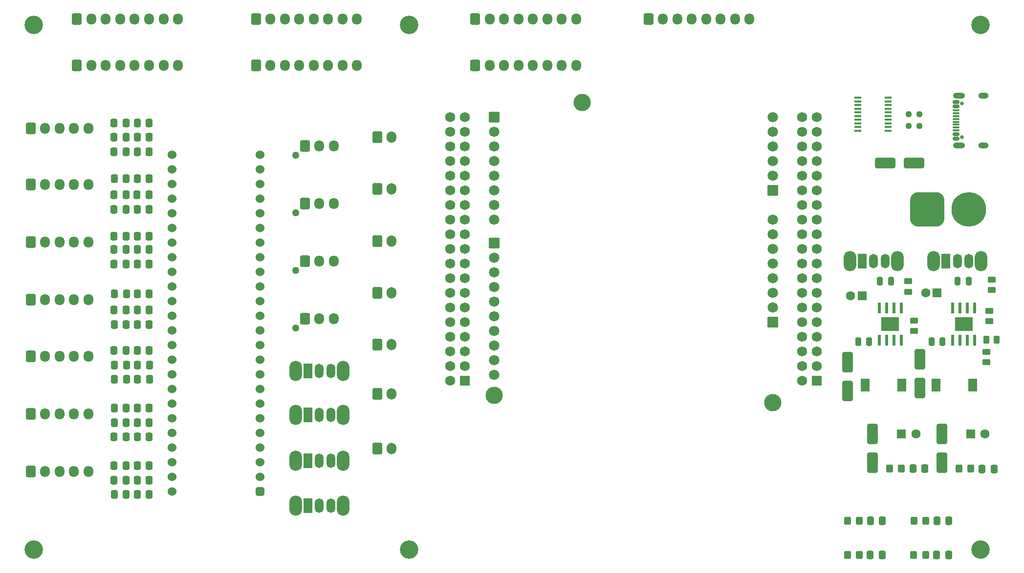
<source format=gbr>
%TF.GenerationSoftware,KiCad,Pcbnew,8.0.5*%
%TF.CreationDate,2024-09-21T15:40:11-07:00*%
%TF.ProjectId,MRIRobot_PCB,4d524952-6f62-46f7-945f-5043422e6b69,rev?*%
%TF.SameCoordinates,Original*%
%TF.FileFunction,Soldermask,Top*%
%TF.FilePolarity,Negative*%
%FSLAX46Y46*%
G04 Gerber Fmt 4.6, Leading zero omitted, Abs format (unit mm)*
G04 Created by KiCad (PCBNEW 8.0.5) date 2024-09-21 15:40:11*
%MOMM*%
%LPD*%
G01*
G04 APERTURE LIST*
G04 Aperture macros list*
%AMRoundRect*
0 Rectangle with rounded corners*
0 $1 Rounding radius*
0 $2 $3 $4 $5 $6 $7 $8 $9 X,Y pos of 4 corners*
0 Add a 4 corners polygon primitive as box body*
4,1,4,$2,$3,$4,$5,$6,$7,$8,$9,$2,$3,0*
0 Add four circle primitives for the rounded corners*
1,1,$1+$1,$2,$3*
1,1,$1+$1,$4,$5*
1,1,$1+$1,$6,$7*
1,1,$1+$1,$8,$9*
0 Add four rect primitives between the rounded corners*
20,1,$1+$1,$2,$3,$4,$5,0*
20,1,$1+$1,$4,$5,$6,$7,0*
20,1,$1+$1,$6,$7,$8,$9,0*
20,1,$1+$1,$8,$9,$2,$3,0*%
G04 Aperture macros list end*
%ADD10RoundRect,0.250000X-0.450000X0.262500X-0.450000X-0.262500X0.450000X-0.262500X0.450000X0.262500X0*%
%ADD11RoundRect,0.250000X-0.600000X-0.750000X0.600000X-0.750000X0.600000X0.750000X-0.600000X0.750000X0*%
%ADD12O,1.700000X2.000000*%
%ADD13RoundRect,0.250000X-0.337500X-0.475000X0.337500X-0.475000X0.337500X0.475000X-0.337500X0.475000X0*%
%ADD14R,0.610000X1.910000*%
%ADD15R,1.550000X1.205000*%
%ADD16RoundRect,0.250000X0.450000X-0.262500X0.450000X0.262500X-0.450000X0.262500X-0.450000X-0.262500X0*%
%ADD17C,3.000000*%
%ADD18RoundRect,0.102000X0.802500X0.802500X-0.802500X0.802500X-0.802500X-0.802500X0.802500X-0.802500X0*%
%ADD19C,1.809000*%
%ADD20RoundRect,0.102000X0.765000X0.765000X-0.765000X0.765000X-0.765000X-0.765000X0.765000X-0.765000X0*%
%ADD21C,1.734000*%
%ADD22RoundRect,0.250000X-0.600000X-0.725000X0.600000X-0.725000X0.600000X0.725000X-0.600000X0.725000X0*%
%ADD23O,1.700000X1.950000*%
%ADD24O,2.200000X3.500000*%
%ADD25R,1.500000X2.500000*%
%ADD26O,1.500000X2.500000*%
%ADD27RoundRect,0.250000X0.325000X0.450000X-0.325000X0.450000X-0.325000X-0.450000X0.325000X-0.450000X0*%
%ADD28C,0.650000*%
%ADD29RoundRect,0.150000X0.425000X-0.150000X0.425000X0.150000X-0.425000X0.150000X-0.425000X-0.150000X0*%
%ADD30RoundRect,0.075000X0.500000X-0.075000X0.500000X0.075000X-0.500000X0.075000X-0.500000X-0.075000X0*%
%ADD31O,2.100000X1.000000*%
%ADD32O,1.800000X1.000000*%
%ADD33R,1.600000X1.600000*%
%ADD34C,1.600000*%
%ADD35RoundRect,0.250000X0.650000X-1.500000X0.650000X1.500000X-0.650000X1.500000X-0.650000X-1.500000X0*%
%ADD36C,3.200000*%
%ADD37RoundRect,0.250000X-0.262500X-0.450000X0.262500X-0.450000X0.262500X0.450000X-0.262500X0.450000X0*%
%ADD38C,1.250000*%
%ADD39RoundRect,1.500000X-1.500000X-1.500000X1.500000X-1.500000X1.500000X1.500000X-1.500000X1.500000X0*%
%ADD40C,6.000000*%
%ADD41R,1.500000X2.200000*%
%ADD42RoundRect,0.250000X-0.250000X-0.475000X0.250000X-0.475000X0.250000X0.475000X-0.250000X0.475000X0*%
%ADD43RoundRect,0.250000X0.250000X0.475000X-0.250000X0.475000X-0.250000X-0.475000X0.250000X-0.475000X0*%
%ADD44R,1.200000X0.400000*%
%ADD45RoundRect,0.250000X-1.500000X-0.650000X1.500000X-0.650000X1.500000X0.650000X-1.500000X0.650000X0*%
%ADD46RoundRect,0.237500X0.250000X0.237500X-0.250000X0.237500X-0.250000X-0.237500X0.250000X-0.237500X0*%
%ADD47C,1.524000*%
%ADD48RoundRect,0.381000X-0.381000X-0.381000X0.381000X-0.381000X0.381000X0.381000X-0.381000X0.381000X0*%
G04 APERTURE END LIST*
D10*
%TO.C,R58*%
X224000000Y-116175000D03*
X224000000Y-118000000D03*
%TD*%
D11*
%TO.C,J14*%
X117500000Y-100500000D03*
D12*
X120000000Y-100500000D03*
%TD*%
D13*
%TO.C,R4*%
X75962500Y-104000000D03*
X78037500Y-104000000D03*
%TD*%
%TO.C,R12*%
X75962500Y-111000000D03*
X78037500Y-111000000D03*
%TD*%
D14*
%TO.C,U4*%
X204460000Y-126677500D03*
X205730000Y-126677500D03*
X207000000Y-126677500D03*
X208270000Y-126677500D03*
X208270000Y-121117500D03*
X207000000Y-121117500D03*
X205730000Y-121117500D03*
X204460000Y-121117500D03*
D15*
X205590000Y-124500000D03*
X207140000Y-124500000D03*
X205590000Y-123295000D03*
X207140000Y-123295000D03*
%TD*%
D16*
%TO.C,R63*%
X223000000Y-130530000D03*
X223000000Y-128705000D03*
%TD*%
D17*
%TO.C,U1*%
X186020000Y-137570000D03*
X153000000Y-85500000D03*
X137760000Y-136300000D03*
D18*
X137760000Y-109880000D03*
D19*
X137760000Y-112420000D03*
X137760000Y-114960000D03*
X137760000Y-117500000D03*
X137760000Y-120040000D03*
X137760000Y-122580000D03*
X137760000Y-125120000D03*
X137760000Y-127660000D03*
X137760000Y-130200000D03*
X137760000Y-132740000D03*
D18*
X186020000Y-123600000D03*
D19*
X186020000Y-121060000D03*
X186020000Y-118520000D03*
X186020000Y-115980000D03*
X186020000Y-113440000D03*
X186020000Y-110900000D03*
X186020000Y-108360000D03*
X186020000Y-105820000D03*
D20*
X193640000Y-133760000D03*
D21*
X191100000Y-133760000D03*
X193640000Y-131220000D03*
X191100000Y-131220000D03*
X193640000Y-128680000D03*
X191100000Y-128680000D03*
X193640000Y-126140000D03*
X191100000Y-126140000D03*
X193640000Y-123600000D03*
X191100000Y-123600000D03*
X193640000Y-121060000D03*
X191100000Y-121060000D03*
X193640000Y-118520000D03*
X191100000Y-118520000D03*
X193640000Y-115980000D03*
X191100000Y-115980000D03*
X193640000Y-113440000D03*
X191100000Y-113440000D03*
X193640000Y-110900000D03*
X191100000Y-110900000D03*
X193640000Y-108360000D03*
X191100000Y-108360000D03*
X193640000Y-105820000D03*
X191100000Y-105820000D03*
X193640000Y-103280000D03*
X191100000Y-103280000D03*
X193640000Y-100740000D03*
X191100000Y-100740000D03*
X193640000Y-98200000D03*
X191100000Y-98200000D03*
X193640000Y-95660000D03*
X191100000Y-95660000D03*
X193640000Y-93120000D03*
X191100000Y-93120000D03*
X193640000Y-90580000D03*
X191100000Y-90580000D03*
X193640000Y-88040000D03*
X191100000Y-88040000D03*
D18*
X186020000Y-100740000D03*
D19*
X186020000Y-98200000D03*
X186020000Y-95660000D03*
X186020000Y-93120000D03*
X186020000Y-90580000D03*
X186020000Y-88040000D03*
D18*
X137760000Y-88040000D03*
D19*
X137760000Y-90580000D03*
X137760000Y-93120000D03*
X137760000Y-95660000D03*
X137760000Y-98200000D03*
X137760000Y-100740000D03*
X137760000Y-103280000D03*
X137760000Y-105820000D03*
D20*
X132680000Y-133760000D03*
D21*
X130140000Y-133760000D03*
X132680000Y-131220000D03*
X130140000Y-131220000D03*
X132680000Y-128680000D03*
X130140000Y-128680000D03*
X132680000Y-126140000D03*
X130140000Y-126140000D03*
X132680000Y-123600000D03*
X130140000Y-123600000D03*
X132680000Y-121060000D03*
X130140000Y-121060000D03*
X132680000Y-118520000D03*
X130140000Y-118520000D03*
X132680000Y-115980000D03*
X130140000Y-115980000D03*
X132680000Y-113440000D03*
X130140000Y-113440000D03*
X132680000Y-110900000D03*
X130140000Y-110900000D03*
X132680000Y-108360000D03*
X130140000Y-108360000D03*
X132680000Y-105820000D03*
X130140000Y-105820000D03*
X132680000Y-103280000D03*
X130140000Y-103280000D03*
X132680000Y-100740000D03*
X130140000Y-100740000D03*
X132680000Y-98200000D03*
X130140000Y-98200000D03*
X132680000Y-95660000D03*
X130140000Y-95660000D03*
X132680000Y-93120000D03*
X130140000Y-93120000D03*
X132680000Y-90580000D03*
X130140000Y-90580000D03*
X132680000Y-88040000D03*
X130140000Y-88040000D03*
%TD*%
D22*
%TO.C,J27*%
X65500000Y-71000000D03*
D23*
X68000000Y-71000000D03*
X70500000Y-71000000D03*
X73000000Y-71000000D03*
X75500000Y-71000000D03*
X78000000Y-71000000D03*
X80500000Y-71000000D03*
X83000000Y-71000000D03*
%TD*%
D13*
%TO.C,R44*%
X75925000Y-151000000D03*
X78000000Y-151000000D03*
%TD*%
D24*
%TO.C,SW6*%
X103400000Y-155390000D03*
X111600000Y-155390000D03*
D25*
X105500000Y-155390000D03*
D26*
X107500000Y-155390000D03*
X109500000Y-155390000D03*
%TD*%
D27*
%TO.C,D7*%
X220317621Y-149000000D03*
X218267621Y-149000000D03*
%TD*%
D24*
%TO.C,SW3*%
X103400000Y-132000000D03*
X111600000Y-132000000D03*
D25*
X105500000Y-132000000D03*
D26*
X107500000Y-132000000D03*
X109500000Y-132000000D03*
%TD*%
D28*
%TO.C,J4*%
X218820000Y-91460000D03*
X218820000Y-85680000D03*
D29*
X217745000Y-91770000D03*
X217745000Y-90970000D03*
D30*
X217745000Y-89820000D03*
X217745000Y-88820000D03*
X217745000Y-88320000D03*
X217745000Y-87320000D03*
D29*
X217745000Y-86170000D03*
X217745000Y-85370000D03*
X217745000Y-85370000D03*
X217745000Y-86170000D03*
D30*
X217745000Y-86820000D03*
X217745000Y-87820000D03*
X217745000Y-89320000D03*
X217745000Y-90320000D03*
D29*
X217745000Y-90970000D03*
X217745000Y-91770000D03*
D31*
X218320000Y-92890000D03*
D32*
X222500000Y-92890000D03*
D31*
X218320000Y-84250000D03*
D32*
X222500000Y-84250000D03*
%TD*%
D13*
%TO.C,R69*%
X222292621Y-149040000D03*
X224367621Y-149040000D03*
%TD*%
D11*
%TO.C,J10*%
X117500000Y-91500000D03*
D12*
X120000000Y-91500000D03*
%TD*%
D13*
%TO.C,R3*%
X71925000Y-104000000D03*
X74000000Y-104000000D03*
%TD*%
%TO.C,R23*%
X71962500Y-124000000D03*
X74037500Y-124000000D03*
%TD*%
%TO.C,R1*%
X71925000Y-94000000D03*
X74000000Y-94000000D03*
%TD*%
D24*
%TO.C,SW2*%
X213900000Y-113000000D03*
X222100000Y-113000000D03*
D25*
X216000000Y-113000000D03*
D26*
X218000000Y-113000000D03*
X220000000Y-113000000D03*
%TD*%
D13*
%TO.C,R26*%
X76000000Y-133500000D03*
X78075000Y-133500000D03*
%TD*%
%TO.C,R43*%
X71925000Y-151000000D03*
X74000000Y-151000000D03*
%TD*%
D33*
%TO.C,C11*%
X220317621Y-143000000D03*
D34*
X222817621Y-143000000D03*
%TD*%
D13*
%TO.C,R2*%
X75962500Y-94000000D03*
X78037500Y-94000000D03*
%TD*%
D33*
%TO.C,C3*%
X214500000Y-118500000D03*
D34*
X212500000Y-118500000D03*
%TD*%
D13*
%TO.C,R24*%
X75962500Y-124000000D03*
X78037500Y-124000000D03*
%TD*%
D14*
%TO.C,U5*%
X217230000Y-126677500D03*
X218500000Y-126677500D03*
X219770000Y-126677500D03*
X221040000Y-126677500D03*
X221040000Y-121117500D03*
X219770000Y-121117500D03*
X218500000Y-121117500D03*
X217230000Y-121117500D03*
D15*
X218360000Y-124500000D03*
X219910000Y-124500000D03*
X218360000Y-123295000D03*
X219910000Y-123295000D03*
%TD*%
D22*
%TO.C,J24*%
X65500000Y-79000000D03*
D23*
X68000000Y-79000000D03*
X70500000Y-79000000D03*
X73000000Y-79000000D03*
X75500000Y-79000000D03*
X78000000Y-79000000D03*
X80500000Y-79000000D03*
X83000000Y-79000000D03*
%TD*%
D13*
%TO.C,R10*%
X75887500Y-101500000D03*
X77962500Y-101500000D03*
%TD*%
%TO.C,R68*%
X210292621Y-149000000D03*
X212367621Y-149000000D03*
%TD*%
D35*
%TO.C,D4*%
X203317621Y-148000000D03*
X203317621Y-143000000D03*
%TD*%
D22*
%TO.C,J6*%
X57500000Y-129500000D03*
D23*
X60000000Y-129500000D03*
X62500000Y-129500000D03*
X65000000Y-129500000D03*
X67500000Y-129500000D03*
%TD*%
D13*
%TO.C,R25*%
X72000000Y-133500000D03*
X74075000Y-133500000D03*
%TD*%
D36*
%TO.C,H5*%
X123000000Y-72000000D03*
%TD*%
D11*
%TO.C,J12*%
X117500000Y-127500000D03*
D12*
X120000000Y-127500000D03*
%TD*%
D10*
%TO.C,R56*%
X209500000Y-116500000D03*
X209500000Y-118325000D03*
%TD*%
D37*
%TO.C,R62*%
X223000000Y-126617500D03*
X224825000Y-126617500D03*
%TD*%
D33*
%TO.C,C10*%
X208317621Y-143000000D03*
D34*
X210817621Y-143000000D03*
%TD*%
D35*
%TO.C,D5*%
X215317621Y-148000000D03*
X215317621Y-143000000D03*
%TD*%
D10*
%TO.C,R57*%
X210500000Y-123292500D03*
X210500000Y-125117500D03*
%TD*%
D27*
%TO.C,D9*%
X212525000Y-158000000D03*
X210475000Y-158000000D03*
%TD*%
D13*
%TO.C,R9*%
X71925000Y-101500000D03*
X74000000Y-101500000D03*
%TD*%
D38*
%TO.C,J23*%
X103400000Y-104600000D03*
D22*
X105000000Y-103000000D03*
D23*
X107500000Y-103000000D03*
X110000000Y-103000000D03*
%TD*%
D13*
%TO.C,R39*%
X71962500Y-138500000D03*
X74037500Y-138500000D03*
%TD*%
%TO.C,R74*%
X202937500Y-158000000D03*
X205012500Y-158000000D03*
%TD*%
D22*
%TO.C,J2*%
X57500000Y-99700000D03*
D23*
X60000000Y-99700000D03*
X62500000Y-99700000D03*
X65000000Y-99700000D03*
X67500000Y-99700000D03*
%TD*%
D22*
%TO.C,J18*%
X134500000Y-79000000D03*
D23*
X137000000Y-79000000D03*
X139500000Y-79000000D03*
X142000000Y-79000000D03*
X144500000Y-79000000D03*
X147000000Y-79000000D03*
X149500000Y-79000000D03*
X152000000Y-79000000D03*
%TD*%
D39*
%TO.C,J9*%
X212800000Y-104000000D03*
D40*
X220000000Y-104000000D03*
%TD*%
D13*
%TO.C,R41*%
X71962500Y-153500000D03*
X74037500Y-153500000D03*
%TD*%
%TO.C,R18*%
X75962500Y-98700000D03*
X78037500Y-98700000D03*
%TD*%
D27*
%TO.C,D11*%
X201000000Y-164000000D03*
X198950000Y-164000000D03*
%TD*%
D13*
%TO.C,R70*%
X214437500Y-164000000D03*
X216512500Y-164000000D03*
%TD*%
D36*
%TO.C,H1*%
X58000000Y-163000000D03*
%TD*%
D22*
%TO.C,J17*%
X164500000Y-71000000D03*
D23*
X167000000Y-71000000D03*
X169500000Y-71000000D03*
X172000000Y-71000000D03*
X174500000Y-71000000D03*
X177000000Y-71000000D03*
X179500000Y-71000000D03*
X182000000Y-71000000D03*
%TD*%
D38*
%TO.C,J26*%
X103399999Y-124600000D03*
D22*
X104999999Y-123000000D03*
D23*
X107499999Y-123000000D03*
X109999999Y-123000000D03*
%TD*%
D13*
%TO.C,R46*%
X75925000Y-148500000D03*
X78000000Y-148500000D03*
%TD*%
D41*
%TO.C,L1*%
X202000000Y-134500000D03*
X208400000Y-134500000D03*
%TD*%
D42*
%TO.C,C5*%
X218050000Y-116500000D03*
X219950000Y-116500000D03*
%TD*%
D36*
%TO.C,H4*%
X58000000Y-72000000D03*
%TD*%
D13*
%TO.C,R11*%
X71925000Y-111000000D03*
X74000000Y-111000000D03*
%TD*%
%TO.C,R8*%
X75962500Y-91500000D03*
X78037500Y-91500000D03*
%TD*%
D24*
%TO.C,SW4*%
X103400000Y-139647500D03*
X111600000Y-139647500D03*
D25*
X105500000Y-139647500D03*
D26*
X107500000Y-139647500D03*
X109500000Y-139647500D03*
%TD*%
D22*
%TO.C,J20*%
X96500000Y-79000000D03*
D23*
X99000000Y-79000000D03*
X101500000Y-79000000D03*
X104000000Y-79000000D03*
X106500000Y-79000000D03*
X109000000Y-79000000D03*
X111500000Y-79000000D03*
X114000000Y-79000000D03*
%TD*%
D43*
%TO.C,C9*%
X215450000Y-127000000D03*
X213550000Y-127000000D03*
%TD*%
D35*
%TO.C,D2*%
X199000000Y-135500000D03*
X199000000Y-130500000D03*
%TD*%
D13*
%TO.C,R17*%
X71962500Y-98700000D03*
X74037500Y-98700000D03*
%TD*%
%TO.C,R6*%
X75925000Y-113500000D03*
X78000000Y-113500000D03*
%TD*%
%TO.C,R15*%
X71925000Y-89000000D03*
X74000000Y-89000000D03*
%TD*%
D44*
%TO.C,U2*%
X200800000Y-84642500D03*
X200800000Y-85277500D03*
X200800000Y-85912500D03*
X200800000Y-86547500D03*
X200800000Y-87182500D03*
X200800000Y-87817500D03*
X200800000Y-88452500D03*
X200800000Y-89087500D03*
X200800000Y-89722500D03*
X200800000Y-90357500D03*
X206000000Y-90357500D03*
X206000000Y-89722500D03*
X206000000Y-89087500D03*
X206000000Y-88452500D03*
X206000000Y-87817500D03*
X206000000Y-87182500D03*
X206000000Y-86547500D03*
X206000000Y-85912500D03*
X206000000Y-85277500D03*
X206000000Y-84642500D03*
%TD*%
D36*
%TO.C,H6*%
X222000000Y-72000000D03*
%TD*%
D45*
%TO.C,D1*%
X205500000Y-96000000D03*
X210500000Y-96000000D03*
%TD*%
D13*
%TO.C,R40*%
X75962500Y-138500000D03*
X78037500Y-138500000D03*
%TD*%
%TO.C,R29*%
X71925000Y-121500000D03*
X74000000Y-121500000D03*
%TD*%
%TO.C,R75*%
X202900000Y-163960000D03*
X204975000Y-163960000D03*
%TD*%
D36*
%TO.C,H2*%
X123000000Y-163000000D03*
%TD*%
D13*
%TO.C,R34*%
X75962500Y-141000000D03*
X78037500Y-141000000D03*
%TD*%
D46*
%TO.C,R21*%
X211412500Y-87500000D03*
X209587500Y-87500000D03*
%TD*%
D11*
%TO.C,J13*%
X117500000Y-145500000D03*
D12*
X120000000Y-145500000D03*
%TD*%
D35*
%TO.C,D3*%
X211500000Y-135000000D03*
X211500000Y-130000000D03*
%TD*%
D13*
%TO.C,R38*%
X75962500Y-128500000D03*
X78037500Y-128500000D03*
%TD*%
%TO.C,R5*%
X71925000Y-113500000D03*
X74000000Y-113500000D03*
%TD*%
%TO.C,R20*%
X75925000Y-108700000D03*
X78000000Y-108700000D03*
%TD*%
D47*
%TO.C,U3*%
X81980000Y-94565000D03*
X81980000Y-97105000D03*
X81980000Y-99645000D03*
X81980000Y-102185000D03*
X81980000Y-104725000D03*
X81980000Y-107265000D03*
X81980000Y-109805000D03*
X81980000Y-112345000D03*
X81980000Y-114885000D03*
X81980000Y-117425000D03*
X81980000Y-119965000D03*
X81980000Y-122505000D03*
X81980000Y-125045000D03*
X81980000Y-127585000D03*
X81980000Y-130125000D03*
X81980000Y-132665000D03*
X81980000Y-135205000D03*
X81980000Y-137745000D03*
X81980000Y-140285000D03*
X81980000Y-142825000D03*
X81980000Y-145365000D03*
X81980000Y-147905000D03*
X81980000Y-150445000D03*
X81980000Y-152985000D03*
D48*
X97220000Y-152985000D03*
D47*
X97220000Y-150445000D03*
X97220000Y-147905000D03*
X97220000Y-145365000D03*
X97220000Y-142825000D03*
X97220000Y-140285000D03*
X97220000Y-137745000D03*
X97220000Y-135205000D03*
X97220000Y-132665000D03*
X97220000Y-130125000D03*
X97220000Y-127585000D03*
X97220000Y-125045000D03*
X97220000Y-122505000D03*
X97220000Y-119965000D03*
X97220000Y-117425000D03*
X97220000Y-114885000D03*
X97220000Y-112345000D03*
X97220000Y-109805000D03*
X97220000Y-107265000D03*
X97220000Y-104725000D03*
X97220000Y-102185000D03*
X97220000Y-99645000D03*
X97220000Y-97105000D03*
X97220000Y-94565000D03*
%TD*%
D33*
%TO.C,C2*%
X201500000Y-119000000D03*
D34*
X199500000Y-119000000D03*
%TD*%
D13*
%TO.C,R45*%
X71925000Y-148500000D03*
X74000000Y-148500000D03*
%TD*%
D43*
%TO.C,C8*%
X202750000Y-127000000D03*
X200850000Y-127000000D03*
%TD*%
D27*
%TO.C,D6*%
X208317621Y-149000000D03*
X206267621Y-149000000D03*
%TD*%
D13*
%TO.C,R31*%
X72000000Y-131000000D03*
X74075000Y-131000000D03*
%TD*%
D11*
%TO.C,J11*%
X117500000Y-109500000D03*
D12*
X120000000Y-109500000D03*
%TD*%
D38*
%TO.C,J22*%
X103400000Y-94600000D03*
D22*
X105000000Y-93000000D03*
D23*
X107500000Y-93000000D03*
X110000000Y-93000000D03*
%TD*%
D27*
%TO.C,D10*%
X201000000Y-158000000D03*
X198950000Y-158000000D03*
%TD*%
D41*
%TO.C,L2*%
X214300000Y-134500000D03*
X220700000Y-134500000D03*
%TD*%
D13*
%TO.C,R28*%
X75962500Y-143500000D03*
X78037500Y-143500000D03*
%TD*%
D22*
%TO.C,J21*%
X96500000Y-71000000D03*
D23*
X99000000Y-71000000D03*
X101500000Y-71000000D03*
X104000000Y-71000000D03*
X106500000Y-71000000D03*
X109000000Y-71000000D03*
X111500000Y-71000000D03*
X114000000Y-71000000D03*
%TD*%
D13*
%TO.C,R19*%
X71925000Y-108700000D03*
X74000000Y-108700000D03*
%TD*%
D22*
%TO.C,J8*%
X57500000Y-149500000D03*
D23*
X60000000Y-149500000D03*
X62500000Y-149500000D03*
X65000000Y-149500000D03*
X67500000Y-149500000D03*
%TD*%
D27*
%TO.C,D8*%
X212500000Y-164000000D03*
X210450000Y-164000000D03*
%TD*%
D13*
%TO.C,R35*%
X72000000Y-118700000D03*
X74075000Y-118700000D03*
%TD*%
%TO.C,R7*%
X71925000Y-91500000D03*
X74000000Y-91500000D03*
%TD*%
%TO.C,R16*%
X75962500Y-89000000D03*
X78037500Y-89000000D03*
%TD*%
%TO.C,R33*%
X71962500Y-141000000D03*
X74037500Y-141000000D03*
%TD*%
D36*
%TO.C,H3*%
X222000000Y-163000000D03*
%TD*%
D22*
%TO.C,J1*%
X57500000Y-90000000D03*
D23*
X60000000Y-90000000D03*
X62500000Y-90000000D03*
X65000000Y-90000000D03*
X67500000Y-90000000D03*
%TD*%
D22*
%TO.C,J7*%
X57500000Y-139500000D03*
D23*
X60000000Y-139500000D03*
X62500000Y-139500000D03*
X65000000Y-139500000D03*
X67500000Y-139500000D03*
%TD*%
D11*
%TO.C,J15*%
X117500000Y-118500000D03*
D12*
X120000000Y-118500000D03*
%TD*%
D13*
%TO.C,R42*%
X75962500Y-153500000D03*
X78037500Y-153500000D03*
%TD*%
%TO.C,R27*%
X71925000Y-143500000D03*
X74000000Y-143500000D03*
%TD*%
D11*
%TO.C,J16*%
X117500000Y-136000000D03*
D12*
X120000000Y-136000000D03*
%TD*%
D13*
%TO.C,R37*%
X71925000Y-128500000D03*
X74000000Y-128500000D03*
%TD*%
%TO.C,R30*%
X75925000Y-121500000D03*
X78000000Y-121500000D03*
%TD*%
D22*
%TO.C,J5*%
X57500000Y-119700000D03*
D23*
X60000000Y-119700000D03*
X62500000Y-119700000D03*
X65000000Y-119700000D03*
X67500000Y-119700000D03*
%TD*%
D46*
%TO.C,R22*%
X211412500Y-89500000D03*
X209587500Y-89500000D03*
%TD*%
D24*
%TO.C,SW5*%
X103400000Y-147592500D03*
X111600000Y-147592500D03*
D25*
X105500000Y-147592500D03*
D26*
X107500000Y-147592500D03*
X109500000Y-147592500D03*
%TD*%
D22*
%TO.C,J19*%
X134500000Y-71000000D03*
D23*
X137000000Y-71000000D03*
X139500000Y-71000000D03*
X142000000Y-71000000D03*
X144500000Y-71000000D03*
X147000000Y-71000000D03*
X149500000Y-71000000D03*
X152000000Y-71000000D03*
%TD*%
D24*
%TO.C,SW1*%
X199400000Y-113000000D03*
X207600000Y-113000000D03*
D25*
X201500000Y-113000000D03*
D26*
X203500000Y-113000000D03*
X205500000Y-113000000D03*
%TD*%
D42*
%TO.C,C4*%
X204600000Y-116500000D03*
X206500000Y-116500000D03*
%TD*%
D10*
%TO.C,R59*%
X223500000Y-121617500D03*
X223500000Y-123442500D03*
%TD*%
D13*
%TO.C,R36*%
X75962500Y-118700000D03*
X78037500Y-118700000D03*
%TD*%
D22*
%TO.C,J3*%
X57500000Y-109700000D03*
D23*
X60000000Y-109700000D03*
X62500000Y-109700000D03*
X65000000Y-109700000D03*
X67500000Y-109700000D03*
%TD*%
D13*
%TO.C,R32*%
X76000000Y-131000000D03*
X78075000Y-131000000D03*
%TD*%
D38*
%TO.C,J25*%
X103399999Y-114600000D03*
D22*
X104999999Y-113000000D03*
D23*
X107499999Y-113000000D03*
X109999999Y-113000000D03*
%TD*%
D13*
%TO.C,R71*%
X214462500Y-158000000D03*
X216537500Y-158000000D03*
%TD*%
M02*

</source>
